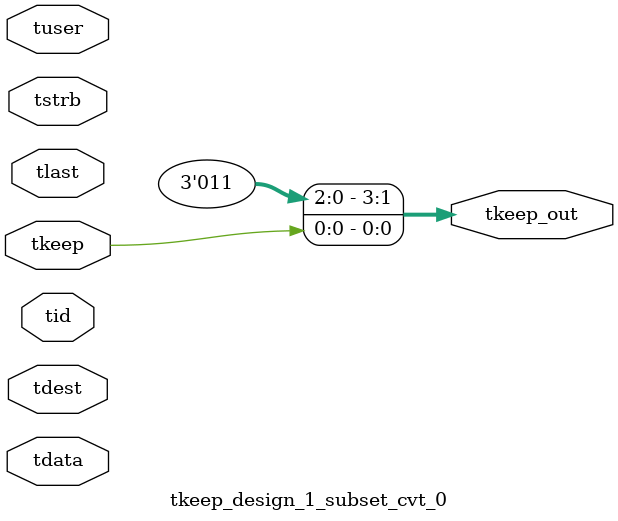
<source format=v>


`timescale 1ps/1ps

module tkeep_design_1_subset_cvt_0 #
(
parameter C_S_AXIS_TDATA_WIDTH = 32,
parameter C_S_AXIS_TUSER_WIDTH = 0,
parameter C_S_AXIS_TID_WIDTH   = 0,
parameter C_S_AXIS_TDEST_WIDTH = 0,
parameter C_M_AXIS_TDATA_WIDTH = 32
)
(
input  [(C_S_AXIS_TDATA_WIDTH == 0 ? 1 : C_S_AXIS_TDATA_WIDTH)-1:0     ] tdata,
input  [(C_S_AXIS_TUSER_WIDTH == 0 ? 1 : C_S_AXIS_TUSER_WIDTH)-1:0     ] tuser,
input  [(C_S_AXIS_TID_WIDTH   == 0 ? 1 : C_S_AXIS_TID_WIDTH)-1:0       ] tid,
input  [(C_S_AXIS_TDEST_WIDTH == 0 ? 1 : C_S_AXIS_TDEST_WIDTH)-1:0     ] tdest,
input  [(C_S_AXIS_TDATA_WIDTH/8)-1:0 ] tkeep,
input  [(C_S_AXIS_TDATA_WIDTH/8)-1:0 ] tstrb,
input                                                                    tlast,
output [(C_M_AXIS_TDATA_WIDTH/8)-1:0 ] tkeep_out
);

assign tkeep_out = {2'b11,tkeep[0:0]};

endmodule


</source>
